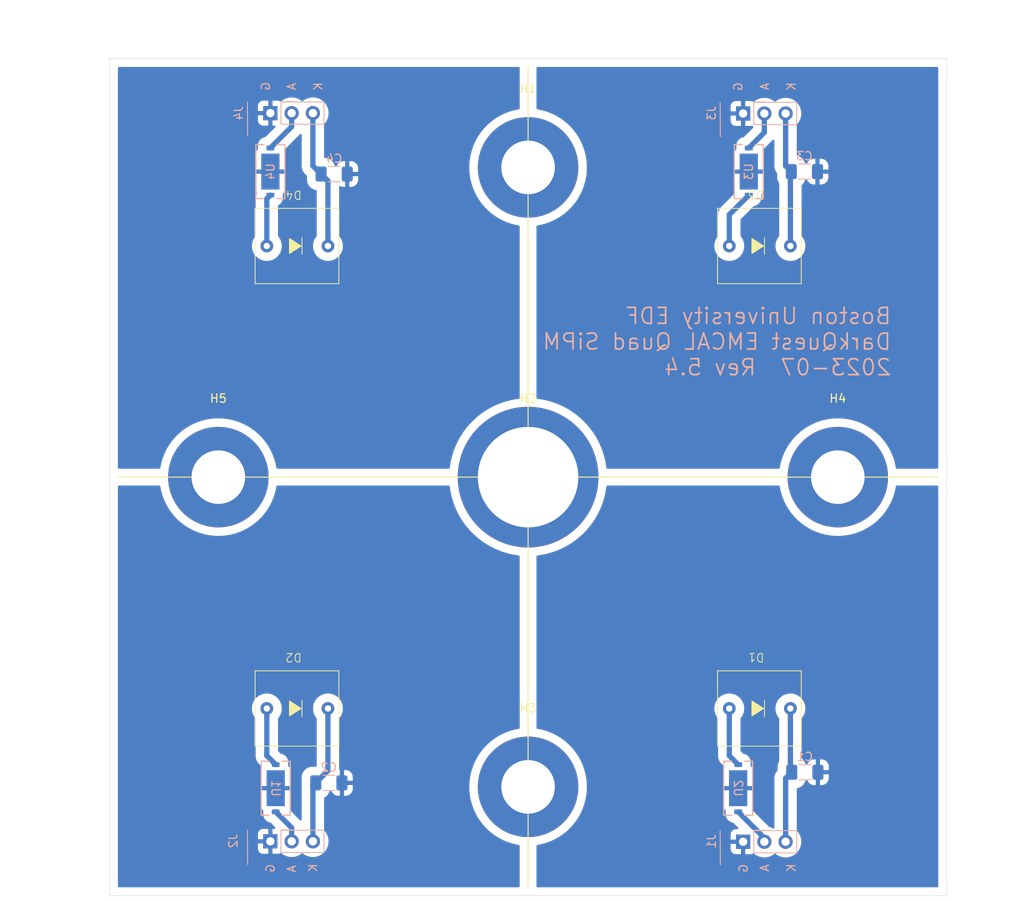
<source format=kicad_pcb>
(kicad_pcb (version 20221018) (generator pcbnew)
  (title_block (title "DarkQuest Quad SiPM") (comment 1 "Note: Rev 5.4 for S13360-6025CS with attenuator"))
  (layers (0 "F.Cu" signal) (31 "B.Cu" signal) (34 "B.Paste" user) (35 "F.Paste" user) (36 "B.SilkS" user "B.Silkscreen") (37 "F.SilkS" user "F.Silkscreen") (38 "B.Mask" user) (39 "F.Mask" user) (44 "Edge.Cuts" user))
  (net 0 "")
  (net 1 "Net-(J1-Pin_1)")
  (net 2 "Net-(J2-Pin_1)")
  (net 3 "Net-(J3-Pin_1)")
  (net 4 "Net-(J4-Pin_1)")
  (net 5 "Net-(J2-Pin_2)")
  (net 6 "Net-(J3-Pin_2)")
  (net 7 "Net-(J4-Pin_2)")
  (net 8 "Net-(J1-Pin_2)")
  (net 9 "Net-(D1-K)")
  (net 10 "Net-(D2-K)")
  (net 11 "Net-(D3-K)")
  (net 12 "Net-(D4-K)")
  (net 13 "Net-(D1-A)")
  (net 14 "Net-(D2-A)")
  (net 15 "Net-(D3-A)")
  (net 16 "Net-(D4-A)")
  (footprint "quad_sipm:MountingHole_8.4mm_M8_Pad" (layer "F.Cu") (at 100 100)
    (fp_text reference "H2" (at 0 -9.4) (layer "F.SilkS"))
    (fp_text value "MountingHole")
    (pad "1" thru_hole circle (at 0 0) (size 16.8 16.8) (drill 12) (layers "*.Cu" "*.Mask"))
  )
  (footprint "quad_sipm:MountingHole_6.4_pad" (layer "F.Cu") (at 100 137)
    (fp_text reference "H3" (at 0 -9.4) (layer "F.SilkS"))
    (fp_text value "MountingHole")
    (pad "1" thru_hole circle (at 0 0) (size 12 12) (drill 6.4) (layers "*.Cu" "*.Mask"))
  )
  (footprint "quad_sipm:MountingHole_6.4_pad" (layer "F.Cu") (at 137 100)
    (fp_text reference "H4" (at 0 -9.4) (layer "F.SilkS"))
    (fp_text value "MountingHole")
    (pad "1" thru_hole circle (at 0 0) (size 12 12) (drill 6.4) (layers "*.Cu" "*.Mask"))
  )
  (footprint "quad_sipm:MountingHole_6.4_pad" (layer "F.Cu") (at 63 100)
    (fp_text reference "H5" (at 0 -9.4) (layer "F.SilkS"))
    (fp_text value "MountingHole")
    (pad "1" thru_hole circle (at 0 0) (size 12 12) (drill 6.4) (layers "*.Cu" "*.Mask"))
  )
  (footprint "quad_sipm:MountingHole_6.4_pad" (layer "F.Cu") (at 100 63)
    (fp_text reference "H1" (at 0 -9.4) (layer "F.SilkS"))
    (fp_text value "MountingHole")
    (pad "1" thru_hole circle (at 0 0) (size 12 12) (drill 6.4) (layers "*.Cu" "*.Mask"))
  )
  (footprint "Diode_THT:S13360-6025CS" (layer "F.Cu") (at 127.635 127.635 180)
    (fp_text reference "D1" (at 0.4 6.1 180 unlocked) (layer "F.SilkS") (effects (font (thickness 0.1))))
    (fp_text value "1N914")
    (fp_line (start -5 -4.5) (end -5 4.5) (stroke (width 0.1)) (layer "F.SilkS"))
    (fp_line (start -5 -4.5) (end 5 -4.5) (stroke (width 0.1)) (layer "F.SilkS"))
    (fp_line (start -5 4.5) (end 5 4.5) (stroke (width 0.1)) (layer "F.SilkS"))
    (fp_line (start -0.6 -1) (end -0.6 1) (stroke (width 0.1)) (layer "F.SilkS"))
    (fp_line (start 5 4.5) (end 5 -4.5) (stroke (width 0.1)) (layer "F.SilkS"))
    (fp_poly (pts (xy 0.9 -0.9) (xy 0.9 0.9) (xy -0.5 0)) (stroke (width 0.1)) (fill solid) (layer "F.SilkS"))
    (pad "1" thru_hole circle (at -3.7 0 180) (size 1.524 1.524) (drill 0.762) (layers "*.Cu" "*.Mask") (net 9 "Net-(D1-K)"))
    (pad "2" thru_hole circle (at 3.6 0 180) (size 1.524 1.524) (drill 0.762) (layers "*.Cu" "*.Mask") (net 13 "Net-(D1-A)"))
  )
  (footprint "Diode_THT:S13360-6025CS" (layer "F.Cu") (at 72.39 127.635 180)
    (fp_text reference "D2" (at 0.4 6.1 180 unlocked) (layer "F.SilkS") (effects (font (thickness 0.1))))
    (fp_text value "1N914")
    (fp_line (start -5 -4.5) (end -5 4.5) (stroke (width 0.1)) (layer "F.SilkS"))
    (fp_line (start -5 -4.5) (end 5 -4.5) (stroke (width 0.1)) (layer "F.SilkS"))
    (fp_line (start -5 4.5) (end 5 4.5) (stroke (width 0.1)) (layer "F.SilkS"))
    (fp_line (start -0.6 -1) (end -0.6 1) (stroke (width 0.1)) (layer "F.SilkS"))
    (fp_line (start 5 4.5) (end 5 -4.5) (stroke (width 0.1)) (layer "F.SilkS"))
    (fp_poly (pts (xy 0.9 -0.9) (xy 0.9 0.9) (xy -0.5 0)) (stroke (width 0.1)) (fill solid) (layer "F.SilkS"))
    (pad "1" thru_hole circle (at -3.7 0 180) (size 1.524 1.524) (drill 0.762) (layers "*.Cu" "*.Mask") (net 10 "Net-(D2-K)"))
    (pad "2" thru_hole circle (at 3.6 0 180) (size 1.524 1.524) (drill 0.762) (layers "*.Cu" "*.Mask") (net 14 "Net-(D2-A)"))
  )
  (footprint "Diode_THT:S13360-6025CS" (layer "F.Cu") (at 72.39 72.39 180)
    (fp_text reference "D4" (at 0.4 6.1 180 unlocked) (layer "F.SilkS") (effects (font (thickness 0.1))))
    (fp_text value "1N914")
    (fp_line (start -5 -4.5) (end -5 4.5) (stroke (width 0.1)) (layer "F.SilkS"))
    (fp_line (start -5 -4.5) (end 5 -4.5) (stroke (width 0.1)) (layer "F.SilkS"))
    (fp_line (start -5 4.5) (end 5 4.5) (stroke (width 0.1)) (layer "F.SilkS"))
    (fp_line (start -0.6 -1) (end -0.6 1) (stroke (width 0.1)) (layer "F.SilkS"))
    (fp_line (start 5 4.5) (end 5 -4.5) (stroke (width 0.1)) (layer "F.SilkS"))
    (fp_poly (pts (xy 0.9 -0.9) (xy 0.9 0.9) (xy -0.5 0)) (stroke (width 0.1)) (fill solid) (layer "F.SilkS"))
    (pad "1" thru_hole circle (at -3.7 0 180) (size 1.524 1.524) (drill 0.762) (layers "*.Cu" "*.Mask") (net 12 "Net-(D4-K)"))
    (pad "2" thru_hole circle (at 3.6 0 180) (size 1.524 1.524) (drill 0.762) (layers "*.Cu" "*.Mask") (net 16 "Net-(D4-A)"))
  )
  (footprint "Diode_THT:S13360-6025CS" (layer "F.Cu") (at 127.635 72.39 180)
    (fp_text reference "D3" (at 0.4 6.1 180 unlocked) (layer "F.SilkS") (effects (font (thickness 0.1))))
    (fp_text value "1N914")
    (fp_line (start -5 -4.5) (end -5 4.5) (stroke (width 0.1)) (layer "F.SilkS"))
    (fp_line (start -5 -4.5) (end 5 -4.5) (stroke (width 0.1)) (layer "F.SilkS"))
    (fp_line (start -5 4.5) (end 5 4.5) (stroke (width 0.1)) (layer "F.SilkS"))
    (fp_line (start -0.6 -1) (end -0.6 1) (stroke (width 0.1)) (layer "F.SilkS"))
    (fp_line (start 5 4.5) (end 5 -4.5) (stroke (width 0.1)) (layer "F.SilkS"))
    (fp_poly (pts (xy 0.9 -0.9) (xy 0.9 0.9) (xy -0.5 0)) (stroke (width 0.1)) (fill solid) (layer "F.SilkS"))
    (pad "1" thru_hole circle (at -3.7 0 180) (size 1.524 1.524) (drill 0.762) (layers "*.Cu" "*.Mask") (net 11 "Net-(D3-K)"))
    (pad "2" thru_hole circle (at 3.6 0 180) (size 1.524 1.524) (drill 0.762) (layers "*.Cu" "*.Mask") (net 15 "Net-(D3-A)"))
  )
  (footprint "Connector_PinHeader_2.54mm:PinHeader_1x03_P2.54mm_Vertical" (layer "B.Cu") (at 128.27 143.51 -90)
    (fp_text reference "J1" (at 0 6.35 90) (layer "B.SilkS") (effects (justify mirror)))
    (fp_text value "8-102202-4")
    (fp_line (start -1.33 0) (end -1.33 1.33) (stroke (width 0.12)) (layer "B.SilkS"))
    (fp_line (start -1.285 -3.825) (end 1.375 -3.825) (stroke (width 0.12)) (layer "B.SilkS"))
    (fp_line (start -1.285 1.315) (end -1.285 -3.825) (stroke (width 0.12)) (layer "B.SilkS"))
    (fp_line (start -1.285 1.315) (end 1.375 1.315) (stroke (width 0.12)) (layer "B.SilkS"))
    (fp_line (start -1.275 5.325) (end 2.8 5.3) (stroke (width 0.12)) (layer "B.SilkS"))
    (fp_line (start 1.375 1.315) (end 1.375 -3.825) (stroke (width 0.12)) (layer "B.SilkS"))
    (pad "1" thru_hole rect (at 0.045 2.585 270) (size 1.7 1.7) (drill 1) (layers "*.Cu" "*.Mask") (net 1 "Net-(J1-Pin_1)"))
    (pad "2" thru_hole oval (at 0.045 0.045 270) (size 1.7 1.7) (drill 1) (layers "*.Cu" "*.Mask") (net 8 "Net-(J1-Pin_2)"))
    (pad "3" thru_hole oval (at 0.045 -2.495 270) (size 1.7 1.7) (drill 1) (layers "*.Cu" "*.Mask") (net 9 "Net-(D1-K)"))
  )
  (footprint "Capacitor_SMD:C_1206_3216Metric_Pad1.33x1.80mm_HandSolder" (layer "B.Cu") (at 76.835 63.7925 180)
    (fp_text reference "C4" (at 0 1.85) (layer "B.SilkS") (effects (justify mirror)))
    (fp_text value "10nF 100V")
    (fp_line (start -0.711252 -0.91) (end 0.711252 -0.91) (stroke (width 0.12)) (layer "B.SilkS"))
    (fp_line (start -0.711252 0.91) (end 0.711252 0.91) (stroke (width 0.12)) (layer "B.SilkS"))
    (pad "1" smd roundrect (at -1.5625 0 180) (size 1.325 1.8) (layers "B.Cu" "B.Paste" "B.Mask") (roundrect_rratio 0.1886792453) (net 4 "Net-(J4-Pin_1)"))
    (pad "2" smd roundrect (at 1.5625 0 180) (size 1.325 1.8) (layers "B.Cu" "B.Paste" "B.Mask") (roundrect_rratio 0.1886792453) (net 12 "Net-(D4-K)"))
  )
  (footprint "Connector_PinHeader_2.54mm:PinHeader_1x03_P2.54mm_Vertical" (layer "B.Cu") (at 128.27 56.515 -90)
    (fp_text reference "J3" (at 0 6.35 90) (layer "B.SilkS") (effects (justify mirror)))
    (fp_text value "8-102202-4")
    (fp_line (start -1.33 0) (end -1.33 1.33) (stroke (width 0.12)) (layer "B.SilkS"))
    (fp_line (start -1.285 -3.825) (end 1.375 -3.825) (stroke (width 0.12)) (layer "B.SilkS"))
    (fp_line (start -1.285 1.315) (end -1.285 -3.825) (stroke (width 0.12)) (layer "B.SilkS"))
    (fp_line (start -1.285 1.315) (end 1.375 1.315) (stroke (width 0.12)) (layer "B.SilkS"))
    (fp_line (start -1.275 5.325) (end 2.8 5.3) (stroke (width 0.12)) (layer "B.SilkS"))
    (fp_line (start 1.375 1.315) (end 1.375 -3.825) (stroke (width 0.12)) (layer "B.SilkS"))
    (pad "1" thru_hole rect (at 0.045 2.585 270) (size 1.7 1.7) (drill 1) (layers "*.Cu" "*.Mask") (net 3 "Net-(J3-Pin_1)"))
    (pad "2" thru_hole oval (at 0.045 0.045 270) (size 1.7 1.7) (drill 1) (layers "*.Cu" "*.Mask") (net 6 "Net-(J3-Pin_2)"))
    (pad "3" thru_hole oval (at 0.045 -2.495 270) (size 1.7 1.7) (drill 1) (layers "*.Cu" "*.Mask") (net 11 "Net-(D3-K)"))
  )
  (footprint "Connector_PinHeader_2.54mm:PinHeader_1x03_P2.54mm_Vertical" (layer "B.Cu") (at 71.8 56.47 -90)
    (fp_text reference "J4" (at 0.045 6.395 90) (layer "B.SilkS") (effects (justify mirror)))
    (fp_text value "8-102202-4")
    (fp_line (start -1.33 0) (end -1.33 1.33) (stroke (width 0.12)) (layer "B.SilkS"))
    (fp_line (start -1.285 -3.825) (end 1.375 -3.825) (stroke (width 0.12)) (layer "B.SilkS"))
    (fp_line (start -1.285 1.315) (end -1.285 -3.825) (stroke (width 0.12)) (layer "B.SilkS"))
    (fp_line (start -1.285 1.315) (end 1.375 1.315) (stroke (width 0.12)) (layer "B.SilkS"))
    (fp_line (start -1.275 5.325) (end 2.8 5.3) (stroke (width 0.12)) (layer "B.SilkS"))
    (fp_line (start 1.375 1.315) (end 1.375 -3.825) (stroke (width 0.12)) (layer "B.SilkS"))
    (pad "1" thru_hole rect (at 0.045 2.585 270) (size 1.7 1.7) (drill 1) (layers "*.Cu" "*.Mask") (net 4 "Net-(J4-Pin_1)"))
    (pad "2" thru_hole oval (at 0.045 0.045 270) (size 1.7 1.7) (drill 1) (layers "*.Cu" "*.Mask") (net 7 "Net-(J4-Pin_2)"))
    (pad "3" thru_hole oval (at 0.045 -2.495 270) (size 1.7 1.7) (drill 1) (layers "*.Cu" "*.Mask") (net 12 "Net-(D4-K)"))
  )
  (footprint "Capacitor_SMD:C_1206_3216Metric_Pad1.33x1.80mm_HandSolder" (layer "B.Cu") (at 133.0075 63.5 180)
    (fp_text reference "C3" (at 0 1.85) (layer "B.SilkS") (effects (justify mirror)))
    (fp_text value "10nF 100V")
    (fp_line (start -0.711252 -0.91) (end 0.711252 -0.91) (stroke (width 0.12)) (layer "B.SilkS"))
    (fp_line (start -0.711252 0.91) (end 0.711252 0.91) (stroke (width 0.12)) (layer "B.SilkS"))
    (pad "1" smd roundrect (at -1.5625 0 180) (size 1.325 1.8) (layers "B.Cu" "B.Paste" "B.Mask") (roundrect_rratio 0.1886792453) (net 3 "Net-(J3-Pin_1)"))
    (pad "2" smd roundrect (at 1.5625 0 180) (size 1.325 1.8) (layers "B.Cu" "B.Paste" "B.Mask") (roundrect_rratio 0.1886792453) (net 11 "Net-(D3-K)"))
  )
  (footprint "Connector_PinHeader_2.54mm:PinHeader_1x03_P2.54mm_Vertical" (layer "B.Cu") (at 71.8 143.465 -90)
    (fp_text reference "J2" (at 0 7.03 -90) (layer "B.SilkS") (effects (justify mirror)))
    (fp_text value "8-102202-4")
    (fp_line (start -1.33 0) (end -1.33 1.33) (stroke (width 0.12)) (layer "B.SilkS"))
    (fp_line (start -1.285 -3.825) (end 1.375 -3.825) (stroke (width 0.12)) (layer "B.SilkS"))
    (fp_line (start -1.285 1.315) (end -1.285 -3.825) (stroke (width 0.12)) (layer "B.SilkS"))
    (fp_line (start -1.285 1.315) (end 1.375 1.315) (stroke (width 0.12)) (layer "B.SilkS"))
    (fp_line (start -1.275 5.325) (end 2.8 5.3) (stroke (width 0.12)) (layer "B.SilkS"))
    (fp_line (start 1.375 1.315) (end 1.375 -3.825) (stroke (width 0.12)) (layer "B.SilkS"))
    (pad "1" thru_hole rect (at 0.045 2.585 270) (size 1.7 1.7) (drill 1) (layers "*.Cu" "*.Mask") (net 2 "Net-(J2-Pin_1)"))
    (pad "2" thru_hole oval (at 0.045 0.045 270) (size 1.7 1.7) (drill 1) (layers "*.Cu" "*.Mask") (net 5 "Net-(J2-Pin_2)"))
    (pad "3" thru_hole oval (at 0.045 -2.495 270) (size 1.7 1.7) (drill 1) (layers "*.Cu" "*.Mask") (net 10 "Net-(D2-K)"))
  )
  (footprint "Capacitor_SMD:C_1206_3216Metric_Pad1.33x1.80mm_HandSolder" (layer "B.Cu") (at 133.0575 135.255 180)
    (fp_text reference "C1" (at 0 1.85) (layer "B.SilkS") (effects (justify mirror)))
    (fp_text value "10nF 100V")
    (fp_line (start -0.711252 -0.91) (end 0.711252 -0.91) (stroke (width 0.12)) (layer "B.SilkS"))
    (fp_line (start -0.711252 0.91) (end 0.711252 0.91) (stroke (width 0.12)) (layer "B.SilkS"))
    (pad "1" smd roundrect (at -1.5625 0 180) (size 1.325 1.8) (layers "B.Cu" "B.Paste" "B.Mask") (roundrect_rratio 0.1886792453) (net 1 "Net-(J1-Pin_1)"))
    (pad "2" smd roundrect (at 1.5625 0 180) (size 1.325 1.8) (layers "B.Cu" "B.Paste" "B.Mask") (roundrect_rratio 0.1886792453) (net 9 "Net-(D1-K)"))
  )
  (footprint "Capacitor_SMD:C_1206_3216Metric_Pad1.33x1.80mm_HandSolder" (layer "B.Cu") (at 76.2 136.525 180)
    (fp_text reference "C2" (at 0 1.85) (layer "B.SilkS") (effects (justify mirror)))
    (fp_text value "10nF 100V")
    (fp_line (start -0.711252 -0.91) (end 0.711252 -0.91) (stroke (width 0.12)) (layer "B.SilkS"))
    (fp_line (start -0.711252 0.91) (end 0.711252 0.91) (stroke (width 0.12)) (layer "B.SilkS"))
    (pad "1" smd roundrect (at -1.5625 0 180) (size 1.325 1.8) (layers "B.Cu" "B.Paste" "B.Mask") (roundrect_rratio 0.1886792453) (net 2 "Net-(J2-Pin_1)"))
    (pad "2" smd roundrect (at 1.5625 0 180) (size 1.325 1.8) (layers "B.Cu" "B.Paste" "B.Mask") (roundrect_rratio 0.1886792453) (net 10 "Net-(D2-K)"))
  )
  (footprint "quad_sipm:PAT3060H_SUS" (layer "B.Cu") (at 126.365 63.5 -90)
    (fp_text reference "U3" (at 0 0 90 unlocked) (layer "B.SilkS") (effects (justify mirror)))
    (fp_text value "PAT3060H-C-10DB-T1")
    (fp_line (start -3.2258 -1.7272) (end 3.2258 -1.7272) (stroke (width 0.1524)) (layer "B.SilkS"))
    (fp_line (start -3.2258 -0.77745) (end -3.2258 -1.7272) (stroke (width 0.1524)) (layer "B.SilkS"))
    (fp_line (start -3.2258 1.7272) (end -3.2258 0.77745) (stroke (width 0.1524)) (layer "B.SilkS"))
    (fp_line (start 3.2258 -1.7272) (end 3.2258 -0.77745) (stroke (width 0.1524)) (layer "B.SilkS"))
    (fp_line (start 3.2258 0.77745) (end 3.2258 1.7272) (stroke (width 0.1524)) (layer "B.SilkS"))
    (fp_line (start 3.2258 1.7272) (end -3.2258 1.7272) (stroke (width 0.1524)) (layer "B.SilkS"))
    (pad "1" smd rect (at -2.8194 0 270) (size 0.5588 0.9398) (layers "B.Cu" "B.Paste" "B.Mask") (net 6 "Net-(J3-Pin_2)"))
    (pad "2" smd rect (at 2.8194 0 270) (size 0.5588 0.9398) (layers "B.Cu" "B.Paste" "B.Mask") (net 15 "Net-(D3-A)"))
    (pad "3" smd rect (at 0 0 270) (size 4.2926 2.1844) (layers "B.Cu" "B.Paste" "B.Mask") (net 3 "Net-(J3-Pin_1)"))
  )
  (footprint "quad_sipm:PAT3060H_SUS" (layer "B.Cu") (at 125.095 137.16 90)
    (fp_text reference "U2" (at 0 0 270 unlocked) (layer "B.SilkS") (effects (justify mirror)))
    (fp_text value "PAT3060H-C-10DB-T1")
    (fp_line (start -3.2258 -1.7272) (end 3.2258 -1.7272) (stroke (width 0.1524)) (layer "B.SilkS"))
    (fp_line (start -3.2258 -0.77745) (end -3.2258 -1.7272) (stroke (width 0.1524)) (layer "B.SilkS"))
    (fp_line (start -3.2258 1.7272) (end -3.2258 0.77745) (stroke (width 0.1524)) (layer "B.SilkS"))
    (fp_line (start 3.2258 -1.7272) (end 3.2258 -0.77745) (stroke (width 0.1524)) (layer "B.SilkS"))
    (fp_line (start 3.2258 0.77745) (end 3.2258 1.7272) (stroke (width 0.1524)) (layer "B.SilkS"))
    (fp_line (start 3.2258 1.7272) (end -3.2258 1.7272) (stroke (width 0.1524)) (layer "B.SilkS"))
    (pad "1" smd rect (at -2.8194 0 90) (size 0.5588 0.9398) (layers "B.Cu" "B.Paste" "B.Mask") (net 8 "Net-(J1-Pin_2)"))
    (pad "2" smd rect (at 2.8194 0 90) (size 0.5588 0.9398) (layers "B.Cu" "B.Paste" "B.Mask") (net 13 "Net-(D1-A)"))
    (pad "3" smd rect (at 0 0 90) (size 4.2926 2.1844) (layers "B.Cu" "B.Paste" "B.Mask") (net 1 "Net-(J1-Pin_1)"))
  )
  (footprint "quad_sipm:PAT3060H_SUS" (layer "B.Cu") (at 69.215 63.5 -90)
    (fp_text reference "U4" (at 0 0 90 unlocked) (layer "B.SilkS") (effects (justify mirror)))
    (fp_text value "PAT3060H-C-10DB-T1")
    (fp_line (start -3.2258 -1.7272) (end 3.2258 -1.7272) (stroke (width 0.1524)) (layer "B.SilkS"))
    (fp_line (start -3.2258 -0.77745) (end -3.2258 -1.7272) (stroke (width 0.1524)) (layer "B.SilkS"))
    (fp_line (start -3.2258 1.7272) (end -3.2258 0.77745) (stroke (width 0.1524)) (layer "B.SilkS"))
    (fp_line (start 3.2258 -1.7272) (end 3.2258 -0.77745) (stroke (width 0.1524)) (layer "B.SilkS"))
    (fp_line (start 3.2258 0.77745) (end 3.2258 1.7272) (stroke (width 0.1524)) (layer "B.SilkS"))
    (fp_line (start 3.2258 1.7272) (end -3.2258 1.7272) (stroke (width 0.1524)) (layer "B.SilkS"))
    (pad "1" smd rect (at -2.8194 0 270) (size 0.5588 0.9398) (layers "B.Cu" "B.Paste" "B.Mask") (net 7 "Net-(J4-Pin_2)"))
    (pad "2" smd rect (at 2.8194 0 270) (size 0.5588 0.9398) (layers "B.Cu" "B.Paste" "B.Mask") (net 16 "Net-(D4-A)"))
    (pad "3" smd rect (at 0 0 270) (size 4.2926 2.1844) (layers "B.Cu" "B.Paste" "B.Mask") (net 4 "Net-(J4-Pin_1)"))
  )
  (footprint "quad_sipm:PAT3060H_SUS" (layer "B.Cu") (at 69.85 137.16 90)
    (fp_text reference "U1" (at 0 0 270 unlocked) (layer "B.SilkS") (effects (justify mirror)))
    (fp_text value "PAT3060H-C-10DB-T1")
    (fp_line (start -3.2258 -1.7272) (end 3.2258 -1.7272) (stroke (width 0.1524)) (layer "B.SilkS"))
    (fp_line (start -3.2258 -0.77745) (end -3.2258 -1.7272) (stroke (width 0.1524)) (layer "B.SilkS"))
    (fp_line (start -3.2258 1.7272) (end -3.2258 0.77745) (stroke (width 0.1524)) (layer "B.SilkS"))
    (fp_line (start 3.2258 -1.7272) (end 3.2258 -0.77745) (stroke (width 0.1524)) (layer "B.SilkS"))
    (fp_line (start 3.2258 0.77745) (end 3.2258 1.7272) (stroke (width 0.1524)) (layer "B.SilkS"))
    (fp_line (start 3.2258 1.7272) (end -3.2258 1.7272) (stroke (width 0.1524)) (layer "B.SilkS"))
    (pad "1" smd rect (at -2.8194 0 90) (size 0.5588 0.9398) (layers "B.Cu" "B.Paste" "B.Mask") (net 5 "Net-(J2-Pin_2)"))
    (pad "2" smd rect (at 2.8194 0 90) (size 0.5588 0.9398) (layers "B.Cu" "B.Paste" "B.Mask") (net 14 "Net-(D2-A)"))
    (pad "3" smd rect (at 0 0 90) (size 4.2926 2.1844) (layers "B.Cu" "B.Paste" "B.Mask") (net 2 "Net-(J2-Pin_1)"))
  )
  (gr_line (start 51 100) (end 149 100) (stroke (width 0.12)) (layer "F.SilkS"))
  (gr_line (start 100 51) (end 100 149) (stroke (width 0.12)) (layer "F.SilkS"))
  (gr_line (start 50 150) (end 50 50) (stroke (width 0.05)) (layer "Edge.Cuts"))
  (gr_line (start 150 150) (end 50 150) (stroke (width 0.05)) (layer "Edge.Cuts"))
  (gr_line (start 50 50) (end 150 50) (stroke (width 0.05)) (layer "Edge.Cuts"))
  (gr_line (start 150 50) (end 150 150) (stroke (width 0.05)) (layer "Edge.Cuts"))
  (gr_text "G" (at 125.095 53.34 90) (layer "B.SilkS") (effects (font (size 1 1)) (justify mirror)))
  (gr_text "K" (at 131.445 53.34 90) (layer "B.SilkS") (effects (font (size 1 1)) (justify mirror)))
  (gr_text "A" (at 128.27 53.34 90) (layer "B.SilkS") (effects (font (size 1 1)) (justify mirror)))
  (gr_text "G" (at 69.215 147.32 90) (layer "B.SilkS") (effects (font (size 1 1)) (justify right mirror)))
  (gr_text "A" (at 71.755 147.32 90) (layer "B.SilkS") (effects (font (size 1 1)) (justify right mirror)))
  (gr_text "K" (at 74.93 53.34 90) (layer "B.SilkS") (effects (font (size 1 1)) (justify mirror)))
  (gr_text "A" (at 71.755 53.34 90) (layer "B.SilkS") (effects (font (size 1 1)) (justify mirror)))
  (gr_text "K" (at 74.295 146.685 90) (layer "B.SilkS") (effects (font (size 1 1)) (justify mirror)))
  (gr_text "A" (at 128.27 146.685 90) (layer "B.SilkS") (effects (font (size 1 1)) (justify mirror)))
  (gr_text "G" (at 125.73 147.32 90) (layer "B.SilkS") (effects (font (size 1 1)) (justify right mirror)))
  (gr_text "K" (at 131.445 146.685 90) (layer "B.SilkS") (effects (font (size 1 1)) (justify mirror)))
  (gr_text "Boston University EDF\nDarkQuest EMCAL Quad SiPM\n2023-07  Rev 5.4" (at 143.51 83.82) (layer "B.SilkS") (effects (font (size 1.905 1.905) (thickness 0.2032)) (justify left mirror)))
  (gr_text "G" (at 68.66 52.705 90) (layer "B.SilkS") (effects (font (size 1 1)) (justify left mirror)))
  (segment (start 71.755 141.8844) (end 69.85 139.9794) (width 0.635) (layer "B.Cu") (net 5))
  (segment (start 71.755 143.51) (end 71.755 141.8844) (width 0.635) (layer "B.Cu") (net 5))
  (segment (start 128.225 58.8206) (end 126.365 60.6806) (width 0.635) (layer "B.Cu") (net 6))
  (segment (start 128.225 56.56) (end 128.225 58.8206) (width 0.635) (layer "B.Cu") (net 6))
  (segment (start 71.755 58.1406) (end 69.215 60.6806) (width 0.635) (layer "B.Cu") (net 7))
  (segment (start 71.755 56.515) (end 71.755 58.1406) (width 0.635) (layer "B.Cu") (net 7))
  (segment (start 128.225 143.1094) (end 125.095 139.9794) (width 0.635) (layer "B.Cu") (net 8))
  (segment (start 128.225 143.555) (end 128.225 143.1094) (width 0.635) (layer "B.Cu") (net 8))
  (segment (start 131.335 135.095) (end 131.495 135.255) (width 0.635) (layer "B.Cu") (net 9))
  (segment (start 130.765 143.555) (end 130.765 135.985) (width 0.635) (layer "B.Cu") (net 9))
  (segment (start 131.335 127.635) (end 131.335 135.095) (width 0.635) (layer "B.Cu") (net 9))
  (segment (start 130.765 135.985) (end 131.495 135.255) (width 0.635) (layer "B.Cu") (net 9))
  (segment (start 76.09 135.0725) (end 74.6375 136.525) (width 0.635) (layer "B.Cu") (net 10))
  (segment (start 76.09 127.635) (end 76.09 135.0725) (width 0.635) (layer "B.Cu") (net 10))
  (segment (start 74.295 136.8675) (end 74.295 143.51) (width 0.635) (layer "B.Cu") (net 10))
  (segment (start 74.6375 136.525) (end 74.295 136.8675) (width 0.635) (layer "B.Cu") (net 10))
  (segment (start 130.765 62.82) (end 131.445 63.5) (width 0.635) (layer "B.Cu") (net 11))
  (segment (start 131.335 72.39) (end 131.335 63.61) (width 0.635) (layer "B.Cu") (net 11))
  (segment (start 130.765 56.56) (end 130.765 62.82) (width 0.635) (layer "B.Cu") (net 11))
  (segment (start 131.335 63.61) (end 131.445 63.5) (width 0.635) (layer "B.Cu") (net 11))
  (segment (start 74.295 56.515) (end 74.295 62.815) (width 0.635) (layer "B.Cu") (net 12))
  (segment (start 76.09 72.39) (end 76.09 64.61) (width 0.635) (layer "B.Cu") (net 12))
  (segment (start 76.09 64.61) (end 75.2725 63.7925) (width 0.635) (layer "B.Cu") (net 12))
  (segment (start 74.295 62.815) (end 75.2725 63.7925) (width 0.635) (layer "B.Cu") (net 12))
  (segment (start 124.035 127.635) (end 124.035 133.2806) (width 0.635) (layer "B.Cu") (net 13))
  (segment (start 124.035 133.2806) (end 125.095 134.3406) (width 0.635) (layer "B.Cu") (net 13))
  (segment (start 68.79 133.2806) (end 69.85 134.3406) (width 0.635) (layer "B.Cu") (net 14))
  (segment (start 68.79 127.635) (end 68.79 133.2806) (width 0.635) (layer "B.Cu") (net 14))
  (segment (start 124.035 68.6494) (end 126.365 66.3194) (width 0.635) (layer "B.Cu") (net 15))
  (segment (start 124.035 72.39) (end 124.035 68.6494) (width 0.635) (layer "B.Cu") (net 15))
  (segment (start 68.79 72.39) (end 68.79 66.7444) (width 0.635) (layer "B.Cu") (net 16))
  (segment (start 68.79 66.7444) (end 69.215 66.3194) (width 0.635) (layer "B.Cu") (net 16))
  (zone (net 3) (net_name "Net-(J3-Pin_1)") (layer "B.Cu") (connect_pads (clearance 1.016)) (min_thickness 0.254) (fill yes (thermal_gap 0.635) (thermal_bridge_width 0.508))
    (polygon (pts (xy 149 99) (xy 101 99) (xy 101 51) (xy 149 51)))
  )
  (zone (net 4) (net_name "Net-(J4-Pin_1)") (layer "B.Cu") (connect_pads (clearance 1.016)) (min_thickness 0.254) (fill yes (thermal_gap 0.635) (thermal_bridge_width 0.508))
    (polygon (pts (xy 99 99) (xy 51 99) (xy 51 51) (xy 99 51)))
  )
  (zone (net 1) (net_name "Net-(J1-Pin_1)") (layer "B.Cu") (connect_pads (clearance 1.016)) (min_thickness 0.254) (fill yes (thermal_gap 0.635) (thermal_bridge_width 0.508))
    (polygon (pts (xy 149 149) (xy 101 149) (xy 101 101) (xy 149 101)))
  )
  (zone (net 2) (net_name "Net-(J2-Pin_1)") (layer "B.Cu") (connect_pads (clearance 1.016)) (min_thickness 0.254) (fill yes (thermal_gap 0.635) (thermal_bridge_width 0.508))
    (polygon (pts (xy 99 149) (xy 51 149) (xy 51 101) (xy 99 101)))
  )
)
</source>
